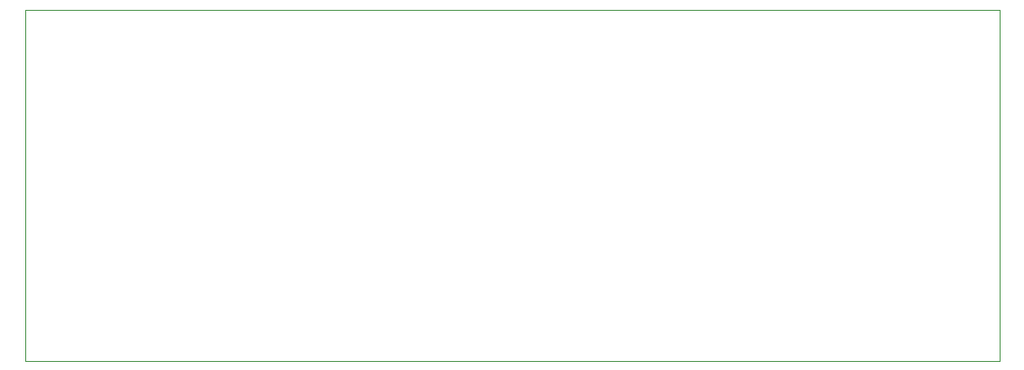
<source format=gbr>
%TF.SameCoordinates,Original*%
%TF.FileFunction,Profile,NP*%
%FSLAX46Y46*%
G04 Gerber Fmt 4.6, Leading zero omitted, Abs format (unit mm)*
G04 Created by KiCad (PCBNEW (7.0.0)) date 2023-11-17 04:09:28*
%MOMM*%
%LPD*%
G01*
G04 APERTURE LIST*
%TA.AperFunction,Profile*%
%ADD10C,0.100000*%
%TD*%
G04 APERTURE END LIST*
D10*
X82550000Y-59690000D02*
X173990000Y-59690000D01*
X173990000Y-59690000D02*
X173990000Y-92710000D01*
X173990000Y-92710000D02*
X82550000Y-92710000D01*
X82550000Y-92710000D02*
X82550000Y-59690000D01*
M02*

</source>
